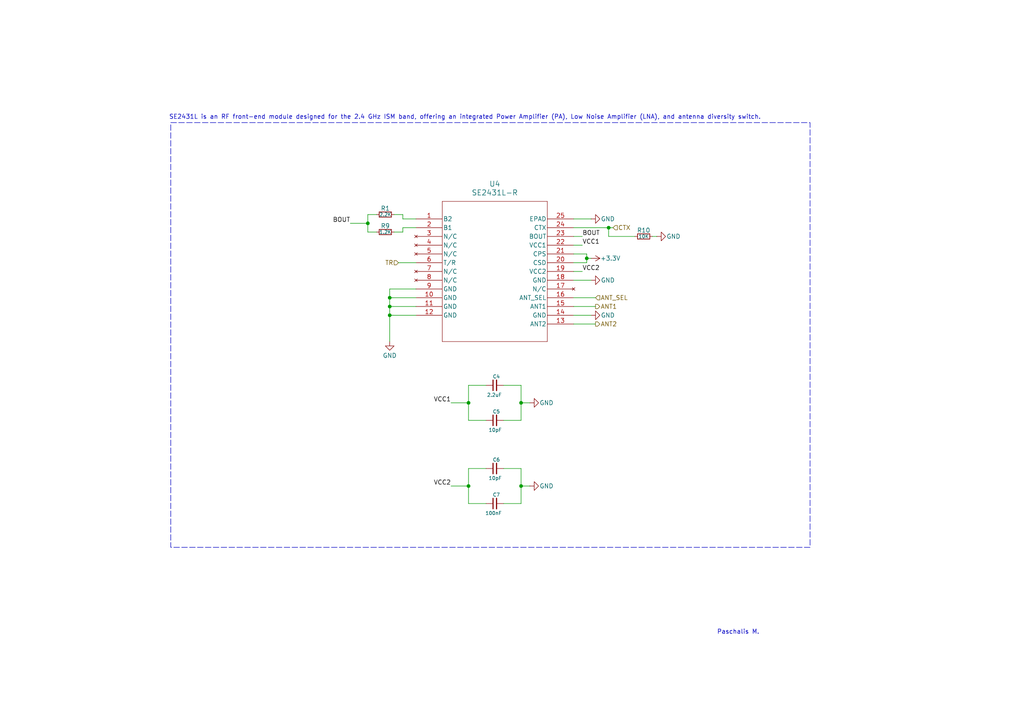
<source format=kicad_sch>
(kicad_sch (version 20250114) (generator "eeschema") (generator_version "9.0")
  (paper "A4")
  (title_block (title "SE2431L (2.4 GHz Front-End Module)") (date "05-01-2025") (rev "1.0") (company "https://github.com/Paschalis") (comment 2 "switch with support for antenna diversity.") (comment 3 "Integrates a power amplifier (PA), a low noise amplifier (LNA), and an RF"))
  (lib_symbols
    (symbol "Device:C_Small" (pin_numbers (hide yes)) (pin_names (offset 0.254) (hide yes))
      (property "Reference" "C" (at 0.254 1.778 0))
      (property "Value" "C_Small" (at 0.254 -2.032 0))
      (symbol "C_Small_0_1"
        (polyline (pts (xy -1.524 0.508) (xy 1.524 0.508)) (stroke (width 0.3048)))
        (polyline (pts (xy -1.524 -0.508) (xy 1.524 -0.508)) (stroke (width 0.3302)))
      )
      (symbol "C_Small_1_1"
        (pin passive line (at 0 2.54 270) (length 2.032) (name "~") (number "1"))
        (pin passive line (at 0 -2.54 90) (length 2.032) (name "~") (number "2"))
      )
    )
    (symbol "Device:R_Small" (pin_numbers (hide yes)) (pin_names (offset 0.254) (hide yes))
      (property "Reference" "R" (at 0.762 0.508 0))
      (property "Value" "R_Small" (at 0.762 -1.016 0))
      (symbol "R_Small_0_1"
        (rectangle (start -0.762 1.778) (end 0.762 -1.778) (stroke (width 0.2032)))
      )
      (symbol "R_Small_1_1"
        (pin passive line (at 0 2.54 270) (length 0.762) (name "~") (number "1"))
        (pin passive line (at 0 -2.54 90) (length 0.762) (name "~") (number "2"))
      )
    )
    (symbol "SE2431L-R:SE2431L-R" (pin_names (offset 0.254))
      (property "Reference" "U" (at 22.86 10.16 0))
      (property "Value" "SE2431L-R" (at 22.86 7.62 0))
      (symbol "SE2431L-R_0_1"
        (polyline (pts (xy 7.62 5.08) (xy 7.62 -35.56)) (stroke (width 0.127)))
        (polyline (pts (xy 7.62 -35.56) (xy 38.1 -35.56)) (stroke (width 0.127)))
        (polyline (pts (xy 38.1 5.08) (xy 7.62 5.08)) (stroke (width 0.127)))
        (polyline (pts (xy 38.1 -35.56) (xy 38.1 5.08)) (stroke (width 0.127)))
        (pin bidirectional line (at 0 0 0) (length 7.62) (name "B2") (number "1"))
        (pin bidirectional line (at 0 -2.54 0) (length 7.62) (name "B1") (number "2"))
        (pin no_connect line (at 0 -5.08 0) (length 7.62) (name "N/C") (number "3"))
        (pin no_connect line (at 0 -7.62 0) (length 7.62) (name "N/C") (number "4"))
        (pin no_connect line (at 0 -10.16 0) (length 7.62) (name "N/C") (number "5"))
        (pin bidirectional line (at 0 -12.7 0) (length 7.62) (name "T/R") (number "6"))
        (pin no_connect line (at 0 -15.24 0) (length 7.62) (name "N/C") (number "7"))
        (pin no_connect line (at 0 -17.78 0) (length 7.62) (name "N/C") (number "8"))
        (pin power_out line (at 0 -20.32 0) (length 7.62) (name "GND") (number "9"))
        (pin power_out line (at 0 -22.86 0) (length 7.62) (name "GND") (number "10"))
        (pin power_out line (at 0 -25.4 0) (length 7.62) (name "GND") (number "11"))
        (pin power_out line (at 0 -27.94 0) (length 7.62) (name "GND") (number "12"))
        (pin power_out line (at 45.72 0 180) (length 7.62) (name "EPAD") (number "25"))
        (pin bidirectional line (at 45.72 -2.54 180) (length 7.62) (name "CTX") (number "24"))
        (pin output line (at 45.72 -5.08 180) (length 7.62) (name "BOUT") (number "23"))
        (pin power_in line (at 45.72 -7.62 180) (length 7.62) (name "VCC1") (number "22"))
        (pin bidirectional line (at 45.72 -10.16 180) (length 7.62) (name "CPS") (number "21"))
        (pin bidirectional line (at 45.72 -12.7 180) (length 7.62) (name "CSD") (number "20"))
        (pin power_in line (at 45.72 -15.24 180) (length 7.62) (name "VCC2") (number "19"))
        (pin power_out line (at 45.72 -17.78 180) (length 7.62) (name "GND") (number "18"))
        (pin no_connect line (at 45.72 -20.32 180) (length 7.62) (name "N/C") (number "17"))
        (pin bidirectional line (at 45.72 -22.86 180) (length 7.62) (name "ANT_SEL") (number "16"))
        (pin bidirectional line (at 45.72 -25.4 180) (length 7.62) (name "ANT1") (number "15"))
        (pin power_out line (at 45.72 -27.94 180) (length 7.62) (name "GND") (number "14"))
        (pin bidirectional line (at 45.72 -30.48 180) (length 7.62) (name "ANT2") (number "13"))
      )
    )
    (symbol "power:+3.3V" (power) (pin_numbers (hide yes)) (pin_names (offset 0) (hide yes))
      (property "Value" "+3.3V" (at 0 3.556 0))
      (symbol "+3.3V_0_1"
        (polyline (pts (xy -0.762 1.27) (xy 0 2.54)))
        (polyline (pts (xy 0 2.54) (xy 0.762 1.27)))
        (polyline (pts (xy 0 0) (xy 0 2.54)))
      )
      (symbol "+3.3V_1_1"
        (pin power_in line (at 0 0 90) (length 0) (name "~") (number "1"))
      )
    )
    (symbol "power:GND" (power) (pin_numbers (hide yes)) (pin_names (offset 0) (hide yes))
      (property "Value" "GND" (at 0 -3.81 0))
      (symbol "GND_0_1"
        (polyline (pts (xy 0 0) (xy 0 -1.27) (xy 1.27 -1.27) (xy 0 -2.54) (xy -1.27 -1.27) (xy 0 -1.27)))
      )
      (symbol "GND_1_1"
        (pin power_in line (at 0 0 270) (length 0) (name "~") (number "1"))
      )
    )
  )
  (rectangle (start 49.53 35.56) (end 234.95 158.75) (stroke (width 0) (type dash)))
  (text "Paschalis M." (at 214.122 183.388 0) (effects (font (size 1.27 1.27))))
  (text "SE2431L is an RF front-end module designed for the 2.4 GHz ISM band, offering an integrated Power Amplifier (PA), Low Noise Amplifier (LNA), and antenna diversity switch." (at 134.874 34.036 0) (effects (font (size 1.27 1.27))))
  (junction (at 113.03 91.44))
  (junction (at 135.89 116.84))
  (junction (at 170.18 74.93))
  (junction (at 106.68 64.77))
  (junction (at 151.13 140.97))
  (junction (at 151.13 116.84))
  (junction (at 135.89 140.97))
  (junction (at 176.53 66.04))
  (junction (at 113.03 88.9))
  (junction (at 113.03 86.36))
  (wire (pts (xy 151.13 140.97) (xy 151.13 146.05)))
  (wire (pts (xy 101.6 64.77) (xy 106.68 64.77)))
  (wire (pts (xy 166.37 88.9) (xy 172.72 88.9)))
  (wire (pts (xy 146.05 135.89) (xy 151.13 135.89)))
  (wire (pts (xy 106.68 62.23) (xy 109.22 62.23)))
  (wire (pts (xy 106.68 64.77) (xy 106.68 62.23)))
  (wire (pts (xy 113.03 83.82) (xy 113.03 86.36)))
  (wire (pts (xy 166.37 63.5) (xy 171.45 63.5)))
  (wire (pts (xy 135.89 140.97) (xy 135.89 135.89)))
  (wire (pts (xy 113.03 88.9) (xy 113.03 91.44)))
  (wire (pts (xy 166.37 71.12) (xy 168.91 71.12)))
  (wire (pts (xy 106.68 67.31) (xy 106.68 64.77)))
  (wire (pts (xy 130.81 140.97) (xy 135.89 140.97)))
  (wire (pts (xy 113.03 91.44) (xy 113.03 99.06)))
  (wire (pts (xy 130.81 116.84) (xy 135.89 116.84)))
  (wire (pts (xy 135.89 146.05) (xy 135.89 140.97)))
  (wire (pts (xy 113.03 86.36) (xy 113.03 88.9)))
  (wire (pts (xy 189.23 68.58) (xy 190.5 68.58)))
  (wire (pts (xy 135.89 111.76) (xy 140.97 111.76)))
  (wire (pts (xy 116.84 66.04) (xy 116.84 67.31)))
  (wire (pts (xy 166.37 86.36) (xy 172.72 86.36)))
  (wire (pts (xy 115.57 76.2) (xy 120.65 76.2)))
  (wire (pts (xy 151.13 116.84) (xy 153.67 116.84)))
  (wire (pts (xy 116.84 63.5) (xy 116.84 62.23)))
  (wire (pts (xy 176.53 68.58) (xy 176.53 66.04)))
  (wire (pts (xy 151.13 111.76) (xy 146.05 111.76)))
  (wire (pts (xy 113.03 83.82) (xy 120.65 83.82)))
  (wire (pts (xy 176.53 66.04) (xy 177.8 66.04)))
  (wire (pts (xy 135.89 116.84) (xy 135.89 111.76)))
  (wire (pts (xy 151.13 121.92) (xy 151.13 116.84)))
  (wire (pts (xy 113.03 86.36) (xy 120.65 86.36)))
  (wire (pts (xy 140.97 146.05) (xy 135.89 146.05)))
  (wire (pts (xy 166.37 73.66) (xy 170.18 73.66)))
  (wire (pts (xy 184.15 68.58) (xy 176.53 68.58)))
  (wire (pts (xy 113.03 88.9) (xy 120.65 88.9)))
  (wire (pts (xy 166.37 76.2) (xy 170.18 76.2)))
  (wire (pts (xy 116.84 67.31) (xy 114.3 67.31)))
  (wire (pts (xy 120.65 66.04) (xy 116.84 66.04)))
  (wire (pts (xy 166.37 91.44) (xy 171.45 91.44)))
  (wire (pts (xy 170.18 74.93) (xy 171.45 74.93)))
  (wire (pts (xy 151.13 116.84) (xy 151.13 111.76)))
  (wire (pts (xy 109.22 67.31) (xy 106.68 67.31)))
  (wire (pts (xy 170.18 76.2) (xy 170.18 74.93)))
  (wire (pts (xy 166.37 81.28) (xy 171.45 81.28)))
  (wire (pts (xy 151.13 146.05) (xy 146.05 146.05)))
  (wire (pts (xy 135.89 121.92) (xy 135.89 116.84)))
  (wire (pts (xy 151.13 140.97) (xy 153.67 140.97)))
  (wire (pts (xy 135.89 135.89) (xy 140.97 135.89)))
  (wire (pts (xy 113.03 91.44) (xy 120.65 91.44)))
  (wire (pts (xy 151.13 135.89) (xy 151.13 140.97)))
  (wire (pts (xy 166.37 68.58) (xy 168.91 68.58)))
  (wire (pts (xy 140.97 121.92) (xy 135.89 121.92)))
  (wire (pts (xy 120.65 63.5) (xy 116.84 63.5)))
  (wire (pts (xy 116.84 62.23) (xy 114.3 62.23)))
  (wire (pts (xy 146.05 121.92) (xy 151.13 121.92)))
  (wire (pts (xy 166.37 93.98) (xy 172.72 93.98)))
  (wire (pts (xy 166.37 66.04) (xy 176.53 66.04)))
  (wire (pts (xy 170.18 73.66) (xy 170.18 74.93)))
  (wire (pts (xy 166.37 78.74) (xy 168.91 78.74)))
  (label "BOUT" (at 168.91 68.58 0))
  (label "BOUT" (at 101.6 64.77 180))
  (label "VCC1" (at 168.91 71.12 0))
  (label "VCC2" (at 168.91 78.74 0))
  (label "VCC2" (at 130.81 140.97 180))
  (label "VCC1" (at 130.81 116.84 180))
  (hierarchical_label "ANT_SEL" (shape input) (at 172.72 86.36 0))
  (hierarchical_label "ANT1" (shape output) (at 172.72 88.9 0))
  (hierarchical_label "CTX" (shape input) (at 177.8 66.04 0))
  (hierarchical_label "TR" (shape input) (at 115.57 76.2 180))
  (hierarchical_label "ANT2" (shape output) (at 172.72 93.98 0))
  (symbol (lib_id "power:GND") (at 153.67 140.97 90) (unit 1)
    (property "Reference" "#PWR012" (effects (hide yes)))
    (property "Value" "GND" (at 156.464 140.97 90) (effects (justify right)))
    (property "Description" "Power symbol creates a global label with name \"GND\" , ground" (effects (hide yes)))
  )
  (symbol (lib_id "Device:C_Small") (at 143.51 135.89 90) (unit 1)
    (property "Reference" "C6" (at 145.034 133.35 90) (effects (font (size 1 1)) (justify left)))
    (property "Value" "10pF" (at 145.542 138.684 90) (effects (font (size 1 1)) (justify left)))
    (property "Footprint" "Capacitor_SMD:C_0603_1608Metric_Pad1.08x0.95mm_HandSolder" (effects (hide yes)))
    (property "Description" "Unpolarized capacitor, small symbol" (effects (hide yes)))
  )
  (symbol (lib_id "power:GND") (at 171.45 63.5 90) (unit 1)
    (property "Reference" "#PWR013" (effects (hide yes)))
    (property "Value" "GND" (at 174.244 63.5 90) (effects (justify right)))
    (property "Description" "Power symbol creates a global label with name \"GND\" , ground" (effects (hide yes)))
  )
  (symbol (lib_id "power:GND") (at 190.5 68.58 90) (unit 1)
    (property "Reference" "#PWR017" (effects (hide yes)))
    (property "Value" "GND" (at 193.294 68.58 90) (effects (justify right)))
    (property "Description" "Power symbol creates a global label with name \"GND\" , ground" (effects (hide yes)))
  )
  (symbol (lib_id "power:GND") (at 171.45 91.44 90) (unit 1)
    (property "Reference" "#PWR016" (effects (hide yes)))
    (property "Value" "GND" (at 174.244 91.44 90) (effects (justify right)))
    (property "Description" "Power symbol creates a global label with name \"GND\" , ground" (effects (hide yes)))
  )
  (symbol (lib_id "Device:C_Small") (at 143.51 121.92 90) (unit 1)
    (property "Reference" "C5" (at 145.034 119.38 90) (effects (font (size 1 1)) (justify left)))
    (property "Value" "10pF" (at 145.542 124.714 90) (effects (font (size 1 1)) (justify left)))
    (property "Footprint" "Capacitor_SMD:C_0603_1608Metric_Pad1.08x0.95mm_HandSolder" (effects (hide yes)))
    (property "Description" "Unpolarized capacitor, small symbol" (effects (hide yes)))
  )
  (symbol (lib_id "power:+3.3V") (at 171.45 74.93 270) (unit 1)
    (property "Reference" "#PWR014" (effects (hide yes)))
    (property "Value" "+3.3V" (at 177.038 74.93 90))
    (property "Description" "Power symbol creates a global label with name \"+3.3V\"" (effects (hide yes)))
  )
  (symbol (lib_id "power:GND") (at 171.45 81.28 90) (unit 1)
    (property "Reference" "#PWR015" (effects (hide yes)))
    (property "Value" "GND" (at 174.244 81.28 90) (effects (justify right)))
    (property "Description" "Power symbol creates a global label with name \"GND\" , ground" (effects (hide yes)))
  )
  (symbol (lib_id "Device:R_Small") (at 111.76 67.31 270) (mirror x) (unit 1)
    (property "Reference" "R9" (at 111.76 65.532 90))
    (property "Value" "1.2K" (at 111.76 67.31 90) (effects (font (size 1 1))))
    (property "Footprint" "Resistor_SMD:R_0603_1608Metric_Pad0.98x0.95mm_HandSolder" (effects (hide yes)))
    (property "Description" "Resistor, small symbol" (effects (hide yes)))
  )
  (symbol (lib_id "Device:C_Small") (at 143.51 146.05 90) (unit 1)
    (property "Reference" "C7" (at 145.034 143.51 90) (effects (font (size 1 1)) (justify left)))
    (property "Value" "100nF" (at 145.542 148.844 90) (effects (font (size 1 1)) (justify left)))
    (property "Footprint" "Capacitor_SMD:C_0603_1608Metric_Pad1.08x0.95mm_HandSolder" (effects (hide yes)))
    (property "Description" "Unpolarized capacitor, small symbol" (effects (hide yes)))
  )
  (symbol (lib_id "power:GND") (at 113.03 99.06 0) (unit 1)
    (property "Reference" "#PWR010" (effects (hide yes)))
    (property "Value" "GND" (at 113.03 103.124 0))
    (property "Description" "Power symbol creates a global label with name \"GND\" , ground" (effects (hide yes)))
  )
  (symbol (lib_id "Device:R_Small") (at 111.76 62.23 270) (mirror x) (unit 1)
    (property "Reference" "R1" (at 111.76 60.452 90))
    (property "Value" "2.2K" (at 111.76 62.23 90) (effects (font (size 1 1))))
    (property "Footprint" "Resistor_SMD:R_0603_1608Metric_Pad0.98x0.95mm_HandSolder" (effects (hide yes)))
    (property "Description" "Resistor, small symbol" (effects (hide yes)))
  )
  (symbol (lib_id "SE2431L-R:SE2431L-R") (at 120.65 63.5 0) (unit 1)
    (property "Reference" "U4" (at 143.51 53.34 0) (effects (font (size 1.524 1.524))))
    (property "Value" "SE2431L-R" (at 143.51 55.88 0) (effects (font (size 1.524 1.524))))
    (property "Footprint" "SE2431L-R:SE2431L_SKY" (effects (hide yes)))
    (property "Datasheet" "SE2431L-R" (effects (hide yes)))
  )
  (symbol (lib_id "Device:C_Small") (at 143.51 111.76 90) (unit 1)
    (property "Reference" "C4" (at 145.034 109.22 90) (effects (font (size 1 1)) (justify left)))
    (property "Value" "2.2uF" (at 145.542 114.554 90) (effects (font (size 1 1)) (justify left)))
    (property "Footprint" "Capacitor_SMD:C_0603_1608Metric_Pad1.08x0.95mm_HandSolder" (effects (hide yes)))
    (property "Description" "Unpolarized capacitor, small symbol" (effects (hide yes)))
  )
  (symbol (lib_id "Device:R_Small") (at 186.69 68.58 270) (mirror x) (unit 1)
    (property "Reference" "R10" (at 186.69 66.802 90))
    (property "Value" "10K" (at 186.69 68.58 90) (effects (font (size 1 1))))
    (property "Footprint" "Resistor_SMD:R_0603_1608Metric_Pad0.98x0.95mm_HandSolder" (effects (hide yes)))
    (property "Description" "Resistor, small symbol" (effects (hide yes)))
  )
  (symbol (lib_id "power:GND") (at 153.67 116.84 90) (unit 1)
    (property "Reference" "#PWR011" (effects (hide yes)))
    (property "Value" "GND" (at 156.464 116.84 90) (effects (justify right)))
    (property "Description" "Power symbol creates a global label with name \"GND\" , ground" (effects (hide yes)))
  )
)
</source>
